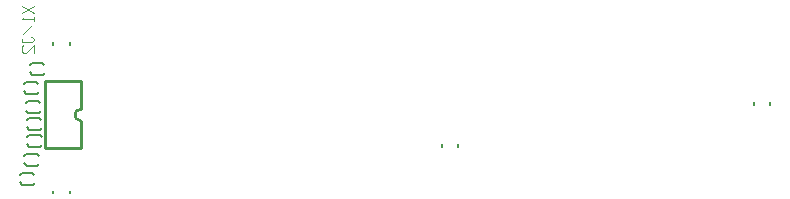
<source format=gbr>
G04 start of page 9 for group -4078 idx -4078 *
G04 Title: (unknown), bottomsilk *
G04 Creator: pcb 1.99z *
G04 CreationDate: Sat 29 Oct 2016 01:04:30 AM GMT UTC *
G04 For: commonadmin *
G04 Format: Gerber/RS-274X *
G04 PCB-Dimensions (mil): 4000.00 3000.00 *
G04 PCB-Coordinate-Origin: lower left *
%MOIN*%
%FSLAX25Y25*%
%LNBOTTOMSILK*%
%ADD81C,0.0040*%
%ADD80C,0.0080*%
%ADD79C,0.0100*%
%ADD78C,0.0060*%
G54D78*X40900Y18931D02*X40100Y19731D01*
X40900Y18931D02*X44400D01*
X45100Y19631D02*X44400Y18931D01*
X44300Y22931D02*X45000Y22231D01*
X40800Y22931D02*X44300D01*
X40100Y22231D02*X40800Y22931D01*
X43350Y31631D02*X42550Y32431D01*
X43350Y31631D02*X46850D01*
X47550Y32331D02*X46850Y31631D01*
X46750Y35631D02*X47450Y34931D01*
X43250Y35631D02*X46750D01*
X42550Y34931D02*X43250Y35631D01*
X42400Y25331D02*X41600Y26131D01*
X42400Y25331D02*X45900D01*
X46600Y26031D02*X45900Y25331D01*
X45800Y29331D02*X46500Y28631D01*
X42300Y29331D02*X45800D01*
X41600Y28631D02*X42300Y29331D01*
G54D79*X60400Y40331D02*Y31131D01*
Y53431D02*Y44131D01*
X48600Y53431D02*X60400D01*
X48600D02*Y31131D01*
X60400D01*
Y44131D02*G75*G03X60400Y40331I0J-1900D01*G01*
G54D78*X43250Y37331D02*X42450Y38131D01*
X43250Y37331D02*X46750D01*
X47450Y38031D02*X46750Y37331D01*
X46650Y41331D02*X47350Y40631D01*
X43150Y41331D02*X46650D01*
X42450Y40631D02*X43150Y41331D01*
X42900Y42831D02*X42100Y43631D01*
X42900Y42831D02*X46400D01*
X47100Y43531D02*X46400Y42831D01*
X46300Y46831D02*X47000Y46131D01*
X42800Y46831D02*X46300D01*
X42100Y46131D02*X42800Y46831D01*
X42250Y49331D02*X41450Y50131D01*
X42250Y49331D02*X45750D01*
X46450Y50031D02*X45750Y49331D01*
X45650Y53331D02*X46350Y52631D01*
X42150Y53331D02*X45650D01*
X41450Y52631D02*X42150Y53331D01*
X44250Y55631D02*X43450Y56431D01*
X44250Y55631D02*X47750D01*
X48450Y56331D02*X47750Y55631D01*
X47650Y59631D02*X48350Y58931D01*
X44150Y59631D02*X47650D01*
X43450Y58931D02*X44150Y59631D01*
G54D80*X56755Y66382D02*Y65596D01*
X51245Y66382D02*Y65596D01*
Y16967D02*Y16181D01*
X56755Y16967D02*Y16181D01*
X186255Y32382D02*Y31596D01*
X180745Y32382D02*Y31596D01*
X290255Y46467D02*Y45681D01*
X284745Y46467D02*Y45681D01*
G54D81*X44850Y78681D02*X40850Y76181D01*
Y78681D02*X44850Y76181D01*
X41650Y74981D02*X40850Y74181D01*
X44850D01*
Y73481D02*Y74981D01*
X44350Y72281D02*X41350Y69281D01*
X40850Y66581D02*Y67381D01*
Y66581D02*X44350D01*
X44850Y67081D02*X44350Y66581D01*
X44850Y67081D02*Y67581D01*
X44350Y68081D02*X44850Y67581D01*
X43850Y68081D02*X44350D01*
X41350Y65381D02*X40850Y64881D01*
Y63381D02*Y64881D01*
Y63381D02*X41350Y62881D01*
X42350D01*
X44850Y65381D02*X42350Y62881D01*
X44850D02*Y65381D01*
M02*

</source>
